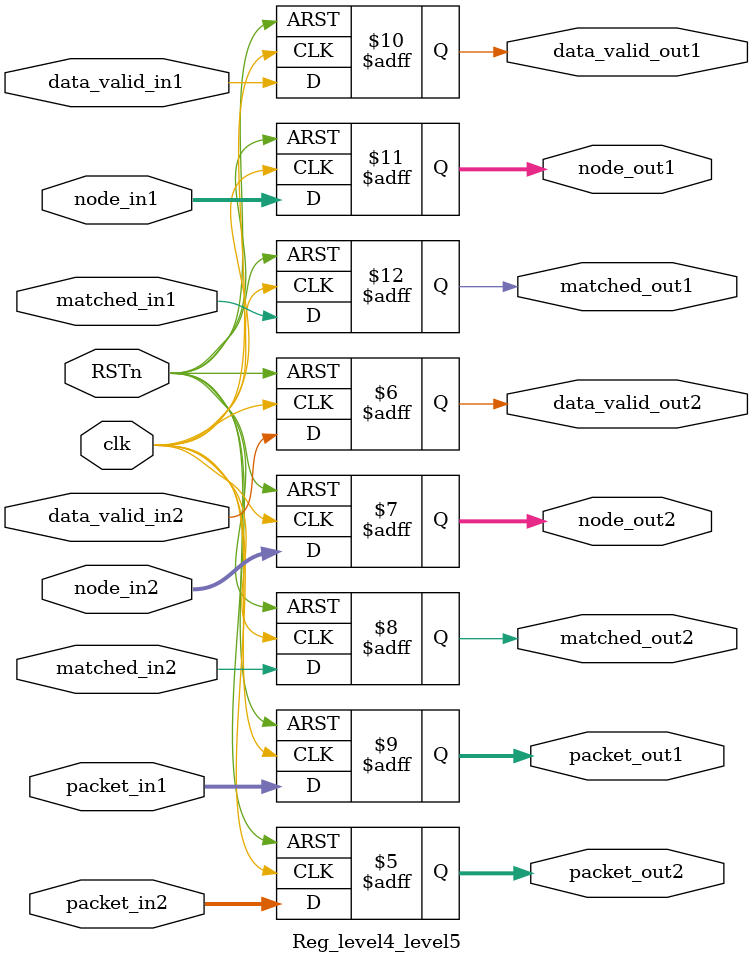
<source format=v>
`timescale 1ns / 1ps

module Reg_level4_level5 #(
    // the width of packet header and node
    parameter   PACKET_WIDTH = 104,
    parameter   NODE_WIDTH = 40
)

(
    //reset and clock
    input   clk,
    input   RSTn,
    
    //input from last stage 
    input wire [PACKET_WIDTH-1:0]    packet_in1,
    input wire                       data_valid_in1,
    input wire [NODE_WIDTH-1:0]      node_in1,
    input wire                       matched_in1,
    
    input wire [PACKET_WIDTH-1:0]    packet_in2,
    input wire                       data_valid_in2,
    input wire [NODE_WIDTH-1:0]      node_in2,
    input wire                       matched_in2, 
    
    //output to the node in level2 of tree 
    output reg [PACKET_WIDTH-1:0]    packet_out1,
    output reg                       data_valid_out1,
    output reg [NODE_WIDTH-1:0]      node_out1,
    output reg                       matched_out1,
    
    output reg [PACKET_WIDTH-1:0]    packet_out2,
    output reg                      data_valid_out2,
    output reg [NODE_WIDTH-1:0]      node_out2,
    output reg                       matched_out2
    
    );
    
    // handle the first packet
    always@(posedge clk or negedge RSTn)    begin
        if(!RSTn)   begin
            packet_out1 <= 104'b0;
            data_valid_out1 <= 1'b0;
            node_out1 <= 40'b0;
            matched_out1 <= 1'b0;            
        end else begin
            packet_out1 <= packet_in1;
            data_valid_out1 <= data_valid_in1;
            node_out1 <= node_in1;
            matched_out1 <= matched_in1;           
        end
    end
     
    // handle the first packet
    always@(posedge clk or negedge RSTn)    begin
        if(!RSTn)   begin
            packet_out2 <= 104'b0;
            data_valid_out2 <= 1'b0;
            node_out2 <= 40'b0;
            matched_out2 <= 1'b0;            
        end else begin
            packet_out2 <= packet_in2;
            data_valid_out2 <= data_valid_in2;
            node_out2 <= node_in2;
            matched_out2 <= matched_in2;           
        end
    end
    
 endmodule

</source>
